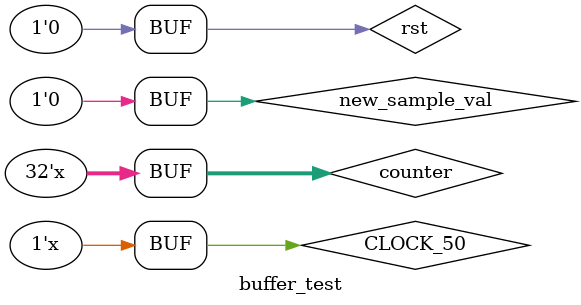
<source format=v>
/* Buffer module testbench */

`timescale 1ns/1ns

module buffer_test();

   localparam B = 1024;

   reg CLOCK_50, rst;
   reg [31:0] counter;
   reg        new_sample_val;

   wire [31:0] pitch_shift_out;
   wire        pitch_shift_val;

   // make reset
   initial begin
      CLOCK_50 = 1'b0;
      rst = 1'b0;
      counter = 32'b0;
      new_sample_val = 1'b0;
      #50
        rst = 1'b1;
      #100
        rst = 1'b0;
   end

   // make clock
   always begin
      #10
        CLOCK_50 = !CLOCK_50;
   end

   always begin
      #50
        counter = counter + 1;
      new_sample_val = 1'b1;
      #10
        new_sample_val = 1'b0;

   end

   buffer #(B) b1
     (
      //inputs
      .clk(CLOCK_50),
      .rst(rst),
      .delta(8'b01000000), // 1 in fixed3.5
      .new_sample_val(new_sample_val),
      .new_sample_data(counter),
      .out_sel(1'b0),
      .delta_mode(1'b0),
      //outputs
      .pitch_shift_out(pitch_shift_out),
      .pitch_shift_val(pitch_shift_val)
      );

endmodule

</source>
